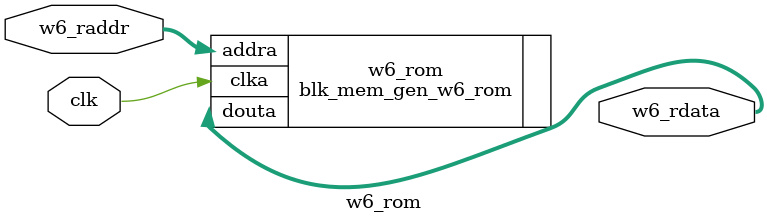
<source format=v>

module w6_rom(/*autoport*/
//output
      w6_rdata,
//input
      clk,
      w6_raddr);

	  input		 clk;
	  input  [6:0] w6_raddr;
    output [671:0] w6_rdata;
   
  blk_mem_gen_w6_rom w6_rom (
    .clka(clk),    // input clka
    .addra(w6_raddr),  // input [6 : 0] addra
    .douta(w6_rdata)  // output [671 : 0] douta
  );

endmodule
</source>
